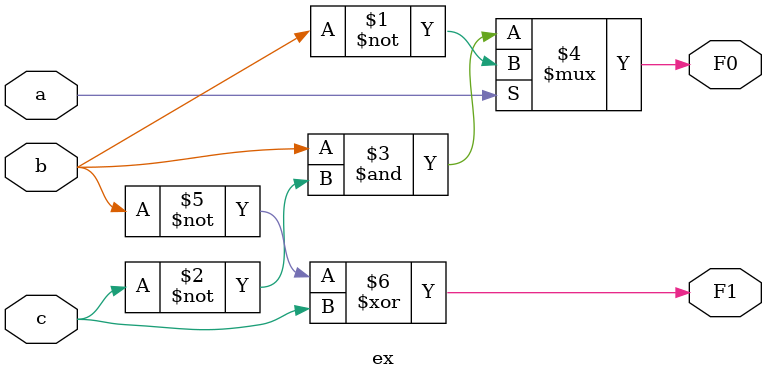
<source format=v>

module ex ( 
    a, b, c,
    F0, F1  );
  input  a, b, c;
  output F0, F1;
  assign F0 = a ? ~b : (b & ~c);
  assign F1 = ~b ^ c;
endmodule



</source>
